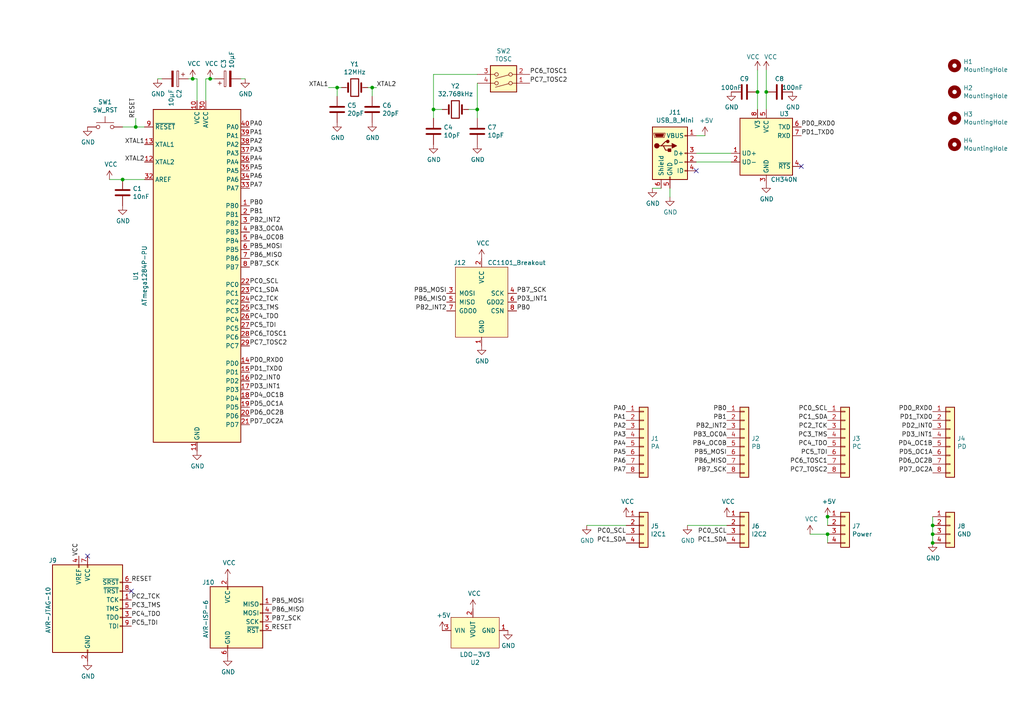
<source format=kicad_sch>
(kicad_sch (version 20230121) (generator eeschema)
  (paper "A4")
  (lib_symbols
    (symbol "Connector:AVR-ISP-6" (pin_names (offset 1.016))
      (property "Reference" "J" (at -6.35 11.43 0))
      (property "Value" "AVR-ISP-6" (at 0 11.43 0))
      (symbol "AVR-ISP-6_0_1"
        (rectangle (start -2.667 -6.858) (end -2.413 -7.62))
        (rectangle (start -2.667 10.16) (end -2.413 9.398))
        (rectangle (start 7.62 -2.413) (end 6.858 -2.667))
        (rectangle (start 7.62 0.127) (end 6.858 -0.127))
        (rectangle (start 7.62 2.667) (end 6.858 2.413))
        (rectangle (start 7.62 5.207) (end 6.858 4.953))
        (rectangle (start 7.62 10.16) (end -7.62 -7.62) (stroke (width 0.254)) (fill (type background)))
      )
      (symbol "AVR-ISP-6_1_1"
        (pin passive line (at 10.16 5.08 180) (length 2.54) (name "MISO") (number "1"))
        (pin passive line (at -2.54 12.7 270) (length 2.54) (name "VCC") (number "2"))
        (pin passive line (at 10.16 0 180) (length 2.54) (name "SCK") (number "3"))
        (pin passive line (at 10.16 2.54 180) (length 2.54) (name "MOSI") (number "4"))
        (pin passive line (at 10.16 -2.54 180) (length 2.54) (name "~{RST}") (number "5"))
        (pin passive line (at -2.54 -10.16 90) (length 2.54) (name "GND") (number "6"))
      )
    )
    (symbol "Connector:AVR-JTAG-10" (pin_names (offset 1.016))
      (property "Reference" "J" (at -8.89 13.97 0))
      (property "Value" "AVR-JTAG-10" (at 1.27 13.97 0))
      (symbol "AVR-JTAG-10_0_1"
        (rectangle (start -2.667 12.7) (end -2.413 11.938))
        (rectangle (start -0.127 -11.938) (end 0.127 -12.7))
        (rectangle (start -0.127 12.7) (end 0.127 11.938))
        (rectangle (start 10.16 -4.953) (end 9.398 -5.207))
        (rectangle (start 10.16 -2.413) (end 9.398 -2.667))
        (rectangle (start 10.16 0.127) (end 9.398 -0.127))
        (rectangle (start 10.16 2.667) (end 9.398 2.413))
        (rectangle (start 10.16 5.207) (end 9.398 4.953))
        (rectangle (start 10.16 7.747) (end 9.398 7.493))
        (rectangle (start 10.16 12.7) (end -10.16 -12.7) (stroke (width 0.254)) (fill (type background)))
      )
      (symbol "AVR-JTAG-10_1_1"
        (pin passive line (at 12.7 2.54 180) (length 2.54) (name "TCK") (number "1"))
        (pin passive line (at 0 -15.24 90) (length 2.54) hide (name "GND") (number "10"))
        (pin passive line (at 0 -15.24 90) (length 2.54) (name "GND") (number "2"))
        (pin passive line (at 12.7 -2.54 180) (length 2.54) (name "TDO") (number "3"))
        (pin passive line (at -2.54 15.24 270) (length 2.54) (name "VREF") (number "4"))
        (pin passive line (at 12.7 0 180) (length 2.54) (name "TMS") (number "5"))
        (pin passive line (at 12.7 7.62 180) (length 2.54) (name "~{SRST}") (number "6"))
        (pin passive line (at 0 15.24 270) (length 2.54) (name "VCC") (number "7"))
        (pin passive line (at 12.7 5.08 180) (length 2.54) (name "~{TRST}") (number "8"))
        (pin passive line (at 12.7 -5.08 180) (length 2.54) (name "TDI") (number "9"))
      )
    )
    (symbol "Connector:USB_B_Mini" (pin_names (offset 1.016))
      (property "Reference" "J" (at -5.08 11.43 0))
      (property "Value" "USB_B_Mini" (at -5.08 8.89 0))
      (symbol "USB_B_Mini_0_1"
        (rectangle (start -5.08 -7.62) (end 5.08 7.62) (stroke (width 0.254)) (fill (type background)))
        (circle (center -3.81 2.159) (radius 0.635) (stroke (width 0.254)) (fill (type outline)))
        (circle (center -0.635 3.429) (radius 0.381) (stroke (width 0.254)) (fill (type outline)))
        (rectangle (start -0.127 -7.62) (end 0.127 -6.858))
        (polyline (pts (xy -1.905 2.159) (xy 0.635 2.159)) (stroke (width 0.254)))
        (polyline (pts (xy -3.175 2.159) (xy -2.54 2.159) (xy -1.27 3.429) (xy -0.635 3.429)) (stroke (width 0.254)))
        (polyline (pts (xy -2.54 2.159) (xy -1.905 2.159) (xy -1.27 0.889) (xy 0 0.889)) (stroke (width 0.254)))
        (polyline (pts (xy 0.635 2.794) (xy 0.635 1.524) (xy 1.905 2.159) (xy 0.635 2.794)) (stroke (width 0.254)) (fill (type outline)))
        (polyline (pts (xy -4.318 5.588) (xy -1.778 5.588) (xy -2.032 4.826) (xy -4.064 4.826) (xy -4.318 5.588)) (fill (type outline)))
        (polyline (pts (xy -4.699 5.842) (xy -4.699 5.588) (xy -4.445 4.826) (xy -4.445 4.572) (xy -1.651 4.572) (xy -1.651 4.826) (xy -1.397 5.588) (xy -1.397 5.842) (xy -4.699 5.842)))
        (rectangle (start 0.254 1.27) (end -0.508 0.508) (stroke (width 0.254)) (fill (type outline)))
        (rectangle (start 5.08 -5.207) (end 4.318 -4.953))
        (rectangle (start 5.08 -2.667) (end 4.318 -2.413))
        (rectangle (start 5.08 -0.127) (end 4.318 0.127))
        (rectangle (start 5.08 4.953) (end 4.318 5.207))
      )
      (symbol "USB_B_Mini_1_1"
        (pin power_out line (at 7.62 5.08 180) (length 2.54) (name "VBUS") (number "1"))
        (pin bidirectional line (at 7.62 -2.54 180) (length 2.54) (name "D-") (number "2"))
        (pin bidirectional line (at 7.62 0 180) (length 2.54) (name "D+") (number "3"))
        (pin passive line (at 7.62 -5.08 180) (length 2.54) (name "ID") (number "4"))
        (pin power_out line (at 0 -10.16 90) (length 2.54) (name "GND") (number "5"))
        (pin passive line (at -2.54 -10.16 90) (length 2.54) (name "Shield") (number "6"))
      )
    )
    (symbol "Connector_Generic:Conn_01x04" (pin_names (offset 1.016) hide)
      (property "Reference" "J" (at 0 5.08 0))
      (property "Value" "Conn_01x04" (at 0 -7.62 0))
      (symbol "Conn_01x04_1_1"
        (rectangle (start -1.27 -4.953) (end 0 -5.207) (stroke (width 0.1524)))
        (rectangle (start -1.27 -2.413) (end 0 -2.667) (stroke (width 0.1524)))
        (rectangle (start -1.27 0.127) (end 0 -0.127) (stroke (width 0.1524)))
        (rectangle (start -1.27 2.667) (end 0 2.413) (stroke (width 0.1524)))
        (rectangle (start -1.27 3.81) (end 1.27 -6.35) (stroke (width 0.254)) (fill (type background)))
        (pin passive line (at -5.08 2.54 0) (length 3.81) (name "Pin_1") (number "1"))
        (pin passive line (at -5.08 0 0) (length 3.81) (name "Pin_2") (number "2"))
        (pin passive line (at -5.08 -2.54 0) (length 3.81) (name "Pin_3") (number "3"))
        (pin passive line (at -5.08 -5.08 0) (length 3.81) (name "Pin_4") (number "4"))
      )
    )
    (symbol "Connector_Generic:Conn_01x08" (pin_names (offset 1.016) hide)
      (property "Reference" "J" (at 0 10.16 0))
      (property "Value" "Conn_01x08" (at 0 -12.7 0))
      (symbol "Conn_01x08_1_1"
        (rectangle (start -1.27 -10.033) (end 0 -10.287) (stroke (width 0.1524)))
        (rectangle (start -1.27 -7.493) (end 0 -7.747) (stroke (width 0.1524)))
        (rectangle (start -1.27 -4.953) (end 0 -5.207) (stroke (width 0.1524)))
        (rectangle (start -1.27 -2.413) (end 0 -2.667) (stroke (width 0.1524)))
        (rectangle (start -1.27 0.127) (end 0 -0.127) (stroke (width 0.1524)))
        (rectangle (start -1.27 2.667) (end 0 2.413) (stroke (width 0.1524)))
        (rectangle (start -1.27 5.207) (end 0 4.953) (stroke (width 0.1524)))
        (rectangle (start -1.27 7.747) (end 0 7.493) (stroke (width 0.1524)))
        (rectangle (start -1.27 8.89) (end 1.27 -11.43) (stroke (width 0.254)) (fill (type background)))
        (pin passive line (at -5.08 7.62 0) (length 3.81) (name "Pin_1") (number "1"))
        (pin passive line (at -5.08 5.08 0) (length 3.81) (name "Pin_2") (number "2"))
        (pin passive line (at -5.08 2.54 0) (length 3.81) (name "Pin_3") (number "3"))
        (pin passive line (at -5.08 0 0) (length 3.81) (name "Pin_4") (number "4"))
        (pin passive line (at -5.08 -2.54 0) (length 3.81) (name "Pin_5") (number "5"))
        (pin passive line (at -5.08 -5.08 0) (length 3.81) (name "Pin_6") (number "6"))
        (pin passive line (at -5.08 -7.62 0) (length 3.81) (name "Pin_7") (number "7"))
        (pin passive line (at -5.08 -10.16 0) (length 3.81) (name "Pin_8") (number "8"))
      )
    )
    (symbol "Device:C" (pin_numbers hide) (pin_names (offset 0.254))
      (property "Reference" "C" (at 0.635 2.54 0))
      (property "Value" "C" (at 0.635 -2.54 0))
      (symbol "C_0_1"
        (polyline (pts (xy -2.032 -0.762) (xy 2.032 -0.762)) (stroke (width 0.508)))
        (polyline (pts (xy -2.032 0.762) (xy 2.032 0.762)) (stroke (width 0.508)))
      )
      (symbol "C_1_1"
        (pin passive line (at 0 3.81 270) (length 2.794) (name "~") (number "1"))
        (pin passive line (at 0 -3.81 90) (length 2.794) (name "~") (number "2"))
      )
    )
    (symbol "Device:C_Polarized" (pin_numbers hide) (pin_names (offset 0.254))
      (property "Reference" "C" (at 0.635 2.54 0))
      (property "Value" "C_Polarized" (at 0.635 -2.54 0))
      (symbol "C_Polarized_0_1"
        (rectangle (start -2.286 0.508) (end 2.286 1.016))
        (polyline (pts (xy -1.778 2.286) (xy -0.762 2.286)))
        (polyline (pts (xy -1.27 2.794) (xy -1.27 1.778)))
        (rectangle (start 2.286 -0.508) (end -2.286 -1.016) (fill (type outline)))
      )
      (symbol "C_Polarized_1_1"
        (pin passive line (at 0 3.81 270) (length 2.794) (name "~") (number "1"))
        (pin passive line (at 0 -3.81 90) (length 2.794) (name "~") (number "2"))
      )
    )
    (symbol "Device:Crystal" (pin_numbers hide) (pin_names (offset 1.016) hide)
      (property "Reference" "Y" (at 0 3.81 0))
      (property "Value" "Crystal" (at 0 -3.81 0))
      (symbol "Crystal_0_1"
        (rectangle (start -1.143 2.54) (end 1.143 -2.54) (stroke (width 0.3048)))
        (polyline (pts (xy -2.54 0) (xy -1.905 0)))
        (polyline (pts (xy -1.905 -1.27) (xy -1.905 1.27)) (stroke (width 0.508)))
        (polyline (pts (xy 1.905 -1.27) (xy 1.905 1.27)) (stroke (width 0.508)))
        (polyline (pts (xy 2.54 0) (xy 1.905 0)))
      )
      (symbol "Crystal_1_1"
        (pin passive line (at -3.81 0 0) (length 1.27) (name "1") (number "1"))
        (pin passive line (at 3.81 0 180) (length 1.27) (name "2") (number "2"))
      )
    )
    (symbol "MCU_Microchip_ATmega:ATmega1284P-P"
      (property "Reference" "U" (at -12.7 49.53 0))
      (property "Value" "ATmega1284P-P" (at 2.54 -49.53 0))
      (symbol "ATmega1284P-P_0_1"
        (rectangle (start -12.7 -48.26) (end 12.7 48.26) (stroke (width 0.254)) (fill (type background)))
      )
      (symbol "ATmega1284P-P_1_1"
        (pin bidirectional line (at 15.24 20.32 180) (length 2.54) (name "PB0") (number "1"))
        (pin power_in line (at 0 50.8 270) (length 2.54) (name "VCC") (number "10"))
        (pin power_in line (at 0 -50.8 90) (length 2.54) (name "GND") (number "11"))
        (pin output line (at -15.24 33.02 0) (length 2.54) (name "XTAL2") (number "12"))
        (pin input line (at -15.24 38.1 0) (length 2.54) (name "XTAL1") (number "13"))
        (pin bidirectional line (at 15.24 -25.4 180) (length 2.54) (name "PD0") (number "14"))
        (pin bidirectional line (at 15.24 -27.94 180) (length 2.54) (name "PD1") (number "15"))
        (pin bidirectional line (at 15.24 -30.48 180) (length 2.54) (name "PD2") (number "16"))
        (pin bidirectional line (at 15.24 -33.02 180) (length 2.54) (name "PD3") (number "17"))
        (pin bidirectional line (at 15.24 -35.56 180) (length 2.54) (name "PD4") (number "18"))
        (pin bidirectional line (at 15.24 -38.1 180) (length 2.54) (name "PD5") (number "19"))
        (pin bidirectional line (at 15.24 17.78 180) (length 2.54) (name "PB1") (number "2"))
        (pin bidirectional line (at 15.24 -40.64 180) (length 2.54) (name "PD6") (number "20"))
        (pin bidirectional line (at 15.24 -43.18 180) (length 2.54) (name "PD7") (number "21"))
        (pin bidirectional line (at 15.24 -2.54 180) (length 2.54) (name "PC0") (number "22"))
        (pin bidirectional line (at 15.24 -5.08 180) (length 2.54) (name "PC1") (number "23"))
        (pin bidirectional line (at 15.24 -7.62 180) (length 2.54) (name "PC2") (number "24"))
        (pin bidirectional line (at 15.24 -10.16 180) (length 2.54) (name "PC3") (number "25"))
        (pin bidirectional line (at 15.24 -12.7 180) (length 2.54) (name "PC4") (number "26"))
        (pin bidirectional line (at 15.24 -15.24 180) (length 2.54) (name "PC5") (number "27"))
        (pin bidirectional line (at 15.24 -17.78 180) (length 2.54) (name "PC6") (number "28"))
        (pin bidirectional line (at 15.24 -20.32 180) (length 2.54) (name "PC7") (number "29"))
        (pin bidirectional line (at 15.24 15.24 180) (length 2.54) (name "PB2") (number "3"))
        (pin power_in line (at 2.54 50.8 270) (length 2.54) (name "AVCC") (number "30"))
        (pin passive line (at 0 -50.8 90) (length 2.54) hide (name "GND") (number "31"))
        (pin passive line (at -15.24 27.94 0) (length 2.54) (name "AREF") (number "32"))
        (pin bidirectional line (at 15.24 25.4 180) (length 2.54) (name "PA7") (number "33"))
        (pin bidirectional line (at 15.24 27.94 180) (length 2.54) (name "PA6") (number "34"))
        (pin bidirectional line (at 15.24 30.48 180) (length 2.54) (name "PA5") (number "35"))
        (pin bidirectional line (at 15.24 33.02 180) (length 2.54) (name "PA4") (number "36"))
        (pin bidirectional line (at 15.24 35.56 180) (length 2.54) (name "PA3") (number "37"))
        (pin bidirectional line (at 15.24 38.1 180) (length 2.54) (name "PA2") (number "38"))
        (pin bidirectional line (at 15.24 40.64 180) (length 2.54) (name "PA1") (number "39"))
        (pin bidirectional line (at 15.24 12.7 180) (length 2.54) (name "PB3") (number "4"))
        (pin bidirectional line (at 15.24 43.18 180) (length 2.54) (name "PA0") (number "40"))
        (pin bidirectional line (at 15.24 10.16 180) (length 2.54) (name "PB4") (number "5"))
        (pin bidirectional line (at 15.24 7.62 180) (length 2.54) (name "PB5") (number "6"))
        (pin bidirectional line (at 15.24 5.08 180) (length 2.54) (name "PB6") (number "7"))
        (pin bidirectional line (at 15.24 2.54 180) (length 2.54) (name "PB7") (number "8"))
        (pin input line (at -15.24 43.18 0) (length 2.54) (name "~{RESET}") (number "9"))
      )
    )
    (symbol "Mechanical:MountingHole" (pin_names (offset 1.016))
      (property "Reference" "H" (at 0 5.08 0))
      (property "Value" "MountingHole" (at 0 3.175 0))
      (symbol "MountingHole_0_1"
        (circle (center 0 0) (radius 1.27) (stroke (width 1.27)))
      )
    )
    (symbol "Switch:SW_DIP_x02" (pin_names (offset 0) hide)
      (property "Reference" "SW" (at 0 6.35 0))
      (property "Value" "SW_DIP_x02" (at 0 -3.81 0))
      (symbol "SW_DIP_x02_0_0"
        (circle (center -2.032 0) (radius 0.508))
        (circle (center -2.032 2.54) (radius 0.508))
        (polyline (pts (xy -1.524 0.127) (xy 2.3622 1.1684)))
        (polyline (pts (xy -1.524 2.667) (xy 2.3622 3.7084)))
        (circle (center 2.032 0) (radius 0.508))
        (circle (center 2.032 2.54) (radius 0.508))
      )
      (symbol "SW_DIP_x02_0_1"
        (rectangle (start -3.81 5.08) (end 3.81 -2.54) (stroke (width 0.254)) (fill (type background)))
      )
      (symbol "SW_DIP_x02_1_1"
        (pin passive line (at -7.62 2.54 0) (length 5.08) (name "~") (number "1"))
        (pin passive line (at -7.62 0 0) (length 5.08) (name "~") (number "2"))
        (pin passive line (at 7.62 0 180) (length 5.08) (name "~") (number "3"))
        (pin passive line (at 7.62 2.54 180) (length 5.08) (name "~") (number "4"))
      )
    )
    (symbol "Switch:SW_Push" (pin_numbers hide) (pin_names (offset 1.016) hide)
      (property "Reference" "SW" (at 1.27 2.54 0))
      (property "Value" "SW_Push" (at 0 -1.524 0))
      (symbol "SW_Push_0_1"
        (circle (center -2.032 0) (radius 0.508))
        (polyline (pts (xy 0 1.27) (xy 0 3.048)))
        (polyline (pts (xy 2.54 1.27) (xy -2.54 1.27)))
        (circle (center 2.032 0) (radius 0.508))
        (pin passive line (at -5.08 0 0) (length 2.54) (name "1") (number "1"))
        (pin passive line (at 5.08 0 180) (length 2.54) (name "2") (number "2"))
      )
    )
    (symbol "boards:CC1101_Breakout" (pin_names (offset 1.016))
      (property "Reference" "J" (at -6.35 10.16 0))
      (property "Value" "CC1101_Breakout" (at 8.89 -12.7 0))
      (symbol "CC1101_Breakout_0_1"
        (rectangle (start -7.62 8.89) (end 7.62 -11.43) (fill (type background)))
      )
      (symbol "CC1101_Breakout_1_1"
        (pin power_in line (at 0 -13.97 90) (length 2.54) (name "GND") (number "1"))
        (pin power_in line (at 0 11.43 270) (length 2.54) (name "VCC") (number "2"))
        (pin input line (at -10.16 1.27 0) (length 2.54) (name "MOSI") (number "3"))
        (pin input line (at 10.16 1.27 180) (length 2.54) (name "SCK") (number "4"))
        (pin output line (at -10.16 -1.27 0) (length 2.54) (name "MISO") (number "5"))
        (pin output line (at 10.16 -1.27 180) (length 2.54) (name "GDO2") (number "6"))
        (pin output line (at -10.16 -3.81 0) (length 2.54) (name "GDO0") (number "7"))
        (pin input line (at 10.16 -3.81 180) (length 2.54) (name "CSN") (number "8"))
      )
    )
    (symbol "boards:CH340N"
      (property "Reference" "U" (at -5.08 13.97 0))
      (property "Value" "CH340N" (at 1.27 13.97 0))
      (symbol "CH340N_0_1"
        (rectangle (start -7.62 12.7) (end 7.62 -3.81) (stroke (width 0.254)) (fill (type background)))
      )
      (symbol "CH340N_1_1"
        (pin bidirectional line (at -10.16 2.54 0) (length 2.54) (name "UD+") (number "1"))
        (pin bidirectional line (at -10.16 0 0) (length 2.54) (name "UD-") (number "2"))
        (pin power_in line (at 0 -6.35 90) (length 2.54) (name "GND") (number "3"))
        (pin output line (at 10.16 -1.27 180) (length 2.54) (name "~{RTS}") (number "4"))
        (pin power_in line (at 0 15.24 270) (length 2.54) (name "VCC") (number "5"))
        (pin output line (at 10.16 10.16 180) (length 2.54) (name "TXD") (number "6"))
        (pin input line (at 10.16 7.62 180) (length 2.54) (name "RXD") (number "7"))
        (pin passive line (at -2.54 15.24 270) (length 2.54) (name "V3") (number "8"))
      )
    )
    (symbol "boards:LDO-3V3" (pin_names (offset 1.016))
      (property "Reference" "U" (at -12.7 3.81 0))
      (property "Value" "LDO-3V3" (at -3.81 3.81 0))
      (symbol "LDO-3V3_0_1"
        (rectangle (start -13.97 2.54) (end 0 -6.35) (fill (type background)))
      )
      (symbol "LDO-3V3_1_1"
        (pin power_in line (at -16.51 -2.54 0) (length 2.54) (name "GND") (number "1"))
        (pin power_out line (at -6.35 -8.89 90) (length 2.54) (name "VOUT") (number "2"))
        (pin power_in line (at 2.54 -2.54 180) (length 2.54) (name "VIN") (number "3"))
      )
    )
    (symbol "power:+5V" (power) (pin_names (offset 0))
      (property "Value" "+5V" (at 0 3.556 0))
      (symbol "+5V_0_1"
        (polyline (pts (xy -0.762 1.27) (xy 0 2.54)))
        (polyline (pts (xy 0 0) (xy 0 2.54)))
        (polyline (pts (xy 0 2.54) (xy 0.762 1.27)))
      )
      (symbol "+5V_1_1"
        (pin power_in line (at 0 0 90) (length 0) hide (name "+5V") (number "1"))
      )
    )
    (symbol "power:GND" (power) (pin_names (offset 0))
      (property "Value" "GND" (at 0 -3.81 0))
      (symbol "GND_0_1"
        (polyline (pts (xy 0 0) (xy 0 -1.27) (xy 1.27 -1.27) (xy 0 -2.54) (xy -1.27 -1.27) (xy 0 -1.27)))
      )
      (symbol "GND_1_1"
        (pin power_in line (at 0 0 270) (length 0) hide (name "GND") (number "1"))
      )
    )
    (symbol "power:VCC" (power) (pin_names (offset 0))
      (property "Value" "VCC" (at 0 3.81 0))
      (symbol "VCC_0_1"
        (polyline (pts (xy -0.762 1.27) (xy 0 2.54)))
        (polyline (pts (xy 0 0) (xy 0 2.54)))
        (polyline (pts (xy 0 2.54) (xy 0.762 1.27)))
      )
      (symbol "VCC_1_1"
        (pin power_in line (at 0 0 90) (length 0) hide (name "VCC") (number "1"))
      )
    )
  )
  (junction (at 35.56 52.07))
  (junction (at 270.51 157.48))
  (junction (at 138.43 31.75))
  (junction (at 107.95 25.4))
  (junction (at 222.25 26.67))
  (junction (at 240.03 154.94))
  (junction (at 240.03 149.86))
  (junction (at 60.96 22.86))
  (junction (at 55.88 22.86))
  (junction (at 39.37 36.83))
  (junction (at 270.51 154.94))
  (junction (at 97.79 25.4))
  (junction (at 125.73 31.75))
  (junction (at 270.51 152.4))
  (junction (at 219.71 26.67))
  (no_connect (at 201.93 49.53))
  (no_connect (at 25.4 161.29))
  (no_connect (at 232.41 48.26))
  (no_connect (at 38.1 171.45))
  (wire (pts (xy 270.51 152.4) (xy 270.51 149.86)))
  (wire (pts (xy 128.27 31.75) (xy 125.73 31.75)))
  (wire (pts (xy 138.43 34.29) (xy 138.43 31.75)))
  (wire (pts (xy 201.93 44.45) (xy 212.09 44.45)))
  (wire (pts (xy 99.06 25.4) (xy 97.79 25.4)))
  (wire (pts (xy 107.95 25.4) (xy 106.68 25.4)))
  (wire (pts (xy 31.75 52.07) (xy 35.56 52.07)))
  (wire (pts (xy 125.73 31.75) (xy 125.73 21.59)))
  (wire (pts (xy 71.12 22.86) (xy 69.85 22.86)))
  (wire (pts (xy 135.89 31.75) (xy 138.43 31.75)))
  (wire (pts (xy 222.25 26.67) (xy 222.25 31.75)))
  (wire (pts (xy 138.43 31.75) (xy 138.43 24.13)))
  (wire (pts (xy 109.22 25.4) (xy 107.95 25.4)))
  (wire (pts (xy 41.91 52.07) (xy 35.56 52.07)))
  (wire (pts (xy 39.37 36.83) (xy 35.56 36.83)))
  (wire (pts (xy 59.69 22.86) (xy 60.96 22.86)))
  (wire (pts (xy 107.95 27.94) (xy 107.95 25.4)))
  (wire (pts (xy 201.93 46.99) (xy 212.09 46.99)))
  (wire (pts (xy 240.03 157.48) (xy 240.03 154.94)))
  (wire (pts (xy 270.51 157.48) (xy 270.51 154.94)))
  (wire (pts (xy 270.51 154.94) (xy 270.51 152.4)))
  (wire (pts (xy 125.73 21.59) (xy 138.43 21.59)))
  (wire (pts (xy 125.73 34.29) (xy 125.73 31.75)))
  (wire (pts (xy 189.23 54.61) (xy 191.77 54.61)))
  (wire (pts (xy 222.25 20.32) (xy 222.25 26.67)))
  (wire (pts (xy 54.61 22.86) (xy 55.88 22.86)))
  (wire (pts (xy 240.03 149.86) (xy 240.03 152.4)))
  (wire (pts (xy 57.15 22.86) (xy 57.15 29.21)))
  (wire (pts (xy 199.39 152.4) (xy 210.82 152.4)))
  (wire (pts (xy 194.31 57.15) (xy 194.31 54.61)))
  (wire (pts (xy 219.71 20.32) (xy 219.71 26.67)))
  (wire (pts (xy 39.37 34.29) (xy 39.37 36.83)))
  (wire (pts (xy 181.61 152.4) (xy 170.18 152.4)))
  (wire (pts (xy 60.96 22.86) (xy 62.23 22.86)))
  (wire (pts (xy 219.71 26.67) (xy 219.71 31.75)))
  (wire (pts (xy 204.47 39.37) (xy 201.93 39.37)))
  (wire (pts (xy 234.95 154.94) (xy 240.03 154.94)))
  (wire (pts (xy 41.91 36.83) (xy 39.37 36.83)))
  (wire (pts (xy 55.88 22.86) (xy 57.15 22.86)))
  (wire (pts (xy 97.79 27.94) (xy 97.79 25.4)))
  (wire (pts (xy 45.72 22.86) (xy 46.99 22.86)))
  (wire (pts (xy 59.69 29.21) (xy 59.69 22.86)))
  (wire (pts (xy 97.79 25.4) (xy 95.25 25.4)))
  (label "PA0" (at 72.39 36.83 0))
  (label "PA5" (at 181.61 132.08 180))
  (label "PA2" (at 72.39 41.91 0))
  (label "PC0_SCL" (at 240.03 119.38 180))
  (label "PD6_OC2B" (at 270.51 134.62 180))
  (label "PB5_MOSI" (at 210.82 132.08 180))
  (label "PC6_TOSC1" (at 153.67 21.59 0))
  (label "PD0_RXD0" (at 232.41 36.83 0))
  (label "PD4_OC1B" (at 72.39 115.57 0))
  (label "XTAL1" (at 95.25 25.4 180))
  (label "PB1" (at 72.39 62.23 0))
  (label "PB0" (at 149.86 90.17 0))
  (label "PD3_INT1" (at 72.39 113.03 0))
  (label "VCC" (at 22.86 161.29 90))
  (label "PC4_TDO" (at 38.1 179.07 0))
  (label "PC5_TDI" (at 38.1 181.61 0))
  (label "PB7_SCK" (at 149.86 85.09 0))
  (label "PC7_TOSC2" (at 240.03 137.16 180))
  (label "PD7_OC2A" (at 72.39 123.19 0))
  (label "PB5_MOSI" (at 72.39 72.39 0))
  (label "PA6" (at 72.39 52.07 0))
  (label "PC1_SDA" (at 181.61 157.48 180))
  (label "PD0_RXD0" (at 270.51 119.38 180))
  (label "PD3_INT1" (at 270.51 127 180))
  (label "PB7_SCK" (at 72.39 77.47 0))
  (label "PD7_OC2A" (at 270.51 137.16 180))
  (label "PD3_INT1" (at 149.86 87.63 0))
  (label "PC0_SCL" (at 181.61 154.94 180))
  (label "PC6_TOSC1" (at 72.39 97.79 0))
  (label "PC2_TCK" (at 240.03 124.46 180))
  (label "PB3_OC0A" (at 210.82 127 180))
  (label "PB6_MISO" (at 129.54 87.63 180))
  (label "PB7_SCK" (at 210.82 137.16 180))
  (label "PC2_TCK" (at 72.39 87.63 0))
  (label "PD1_TXD0" (at 232.41 39.37 0))
  (label "XTAL2" (at 109.22 25.4 0))
  (label "PB4_OC0B" (at 210.82 129.54 180))
  (label "RESET" (at 39.37 34.29 90))
  (label "PA7" (at 72.39 54.61 0))
  (label "PD2_INT0" (at 72.39 110.49 0))
  (label "PD6_OC2B" (at 72.39 120.65 0))
  (label "PA7" (at 181.61 137.16 180))
  (label "PA5" (at 72.39 49.53 0))
  (label "PC7_TOSC2" (at 72.39 100.33 0))
  (label "XTAL1" (at 41.91 41.91 180))
  (label "PD5_OC1A" (at 72.39 118.11 0))
  (label "PD1_TXD0" (at 72.39 107.95 0))
  (label "PB7_SCK" (at 78.74 180.34 0))
  (label "PC0_SCL" (at 210.82 154.94 180))
  (label "PA2" (at 181.61 124.46 180))
  (label "PB4_OC0B" (at 72.39 69.85 0))
  (label "PC1_SDA" (at 72.39 85.09 0))
  (label "PC6_TOSC1" (at 240.03 134.62 180))
  (label "PB0" (at 72.39 59.69 0))
  (label "PB1" (at 210.82 121.92 180))
  (label "PB6_MISO" (at 72.39 74.93 0))
  (label "PC5_TDI" (at 72.39 95.25 0))
  (label "PB5_MOSI" (at 129.54 85.09 180))
  (label "PC4_TDO" (at 72.39 92.71 0))
  (label "PB6_MISO" (at 78.74 177.8 0))
  (label "PC1_SDA" (at 240.03 121.92 180))
  (label "PD5_OC1A" (at 270.51 132.08 180))
  (label "PC1_SDA" (at 210.82 157.48 180))
  (label "PC5_TDI" (at 240.03 132.08 180))
  (label "PB2_INT2" (at 129.54 90.17 180))
  (label "PA6" (at 181.61 134.62 180))
  (label "PA1" (at 181.61 121.92 180))
  (label "PD2_INT0" (at 270.51 124.46 180))
  (label "RESET" (at 38.1 168.91 0))
  (label "PC3_TMS" (at 72.39 90.17 0))
  (label "PD1_TXD0" (at 270.51 121.92 180))
  (label "PB2_INT2" (at 210.82 124.46 180))
  (label "PC2_TCK" (at 38.1 173.99 0))
  (label "PC3_TMS" (at 38.1 176.53 0))
  (label "PB3_OC0A" (at 72.39 67.31 0))
  (label "PB6_MISO" (at 210.82 134.62 180))
  (label "RESET" (at 78.74 182.88 0))
  (label "PA3" (at 72.39 44.45 0))
  (label "PD0_RXD0" (at 72.39 105.41 0))
  (label "PA0" (at 181.61 119.38 180))
  (label "PC0_SCL" (at 72.39 82.55 0))
  (label "PA4" (at 72.39 46.99 0))
  (label "PC7_TOSC2" (at 153.67 24.13 0))
  (label "PB2_INT2" (at 72.39 64.77 0))
  (label "PA4" (at 181.61 129.54 180))
  (label "PC4_TDO" (at 240.03 129.54 180))
  (label "PD4_OC1B" (at 270.51 129.54 180))
  (label "PB5_MOSI" (at 78.74 175.26 0))
  (label "XTAL2" (at 41.91 46.99 180))
  (label "PA3" (at 181.61 127 180))
  (label "PA1" (at 72.39 39.37 0))
  (label "PB0" (at 210.82 119.38 180))
  (label "PC3_TMS" (at 240.03 127 180))
  (symbol (lib_id "MCU_Microchip_ATmega:ATmega1284P-P") (at 57.15 80.01 0) (unit 1)
    (property "Reference" "U1" (at 39.37 80.01 90))
    (property "Value" "ATmega1284P-PU" (at 41.91 80.01 90))
    (property "Footprint" "Package_DIP:DIP-40_W15.24mm" (effects hide))
    (property "Datasheet" "http://ww1.microchip.com/downloads/en/DeviceDoc/Atmel-8272-8-bit-AVR-microcontroller-ATmega164A_PA-324A_PA-644A_PA-1284_P_datasheet.pdf" (effects hide))
  )
  (symbol (lib_id "boards:LDO-3V3") (at 130.81 185.42 180) (unit 1)
    (property "Reference" "U2" (at 137.795 192.151 0))
    (property "Value" "LDO-3V3" (at 137.795 189.8396 0))
    (property "Footprint" "boards:LDO-3V3" (effects hide))
  )
  (symbol (lib_id "Connector_Generic:Conn_01x08") (at 186.69 127 0) (unit 1)
    (property "Reference" "J1" (at 188.722 127.2032 0) (effects (justify left)))
    (property "Value" "PA" (at 188.722 129.5146 0) (effects (justify left)))
    (property "Footprint" "Connector_PinHeader_2.54mm:PinHeader_1x08_P2.54mm_Vertical" (effects hide))
  )
  (symbol (lib_id "Connector:AVR-JTAG-10") (at 25.4 176.53 0) (unit 1)
    (property "Reference" "J9" (at 16.51 162.56 0) (effects (justify right)))
    (property "Value" "AVR-JTAG-10" (at 13.97 170.18 90) (effects (justify right)))
    (property "Footprint" "Connector_PinHeader_2.54mm:PinHeader_2x05_P2.54mm_Vertical" (effects hide))
    (property "Datasheet" " ~" (effects hide))
  )
  (symbol (lib_id "Device:C_Polarized") (at 66.04 22.86 90) (unit 1)
    (property "Reference" "C3" (at 64.8716 19.8628 0) (effects (justify left)))
    (property "Value" "10µF" (at 67.183 19.8628 0) (effects (justify left)))
    (property "Footprint" "boards:electrolytic_capacitor_10uf" (effects hide))
  )
  (symbol (lib_id "Connector_Generic:Conn_01x08") (at 215.9 127 0) (unit 1)
    (property "Reference" "J2" (at 217.932 127.2032 0) (effects (justify left)))
    (property "Value" "PB" (at 217.932 129.5146 0) (effects (justify left)))
    (property "Footprint" "Connector_PinHeader_2.54mm:PinHeader_1x08_P2.54mm_Vertical" (effects hide))
  )
  (symbol (lib_id "Device:Crystal") (at 132.08 31.75 0) (unit 1)
    (property "Reference" "Y2" (at 132.08 24.9428 0))
    (property "Value" "32.768kHz" (at 132.08 27.2542 0))
    (property "Footprint" "Crystal:Crystal_DS10_D1.0mm_L4.3mm_Horizontal" (effects hide))
  )
  (symbol (lib_id "Connector_Generic:Conn_01x08") (at 245.11 127 0) (unit 1)
    (property "Reference" "J3" (at 247.142 127.2032 0) (effects (justify left)))
    (property "Value" "PC" (at 247.142 129.5146 0) (effects (justify left)))
    (property "Footprint" "Connector_PinHeader_2.54mm:PinHeader_1x08_P2.54mm_Vertical" (effects hide))
  )
  (symbol (lib_id "Connector_Generic:Conn_01x08") (at 275.59 127 0) (unit 1)
    (property "Reference" "J4" (at 277.622 127.2032 0) (effects (justify left)))
    (property "Value" "PD" (at 277.622 129.5146 0) (effects (justify left)))
    (property "Footprint" "Connector_PinHeader_2.54mm:PinHeader_1x08_P2.54mm_Vertical" (effects hide))
  )
  (symbol (lib_id "Connector_Generic:Conn_01x04") (at 186.69 152.4 0) (unit 1)
    (property "Reference" "J5" (at 188.722 152.6032 0) (effects (justify left)))
    (property "Value" "I2C1" (at 188.722 154.9146 0) (effects (justify left)))
    (property "Footprint" "Connector_PinHeader_2.54mm:PinHeader_1x04_P2.54mm_Vertical" (effects hide))
  )
  (symbol (lib_id "Device:Crystal") (at 102.87 25.4 0) (unit 1)
    (property "Reference" "Y1" (at 102.87 18.5928 0))
    (property "Value" "12MHz" (at 102.87 20.9042 0))
    (property "Footprint" "Crystal:Crystal_HC49-4H_Vertical" (effects hide))
  )
  (symbol (lib_id "Connector_Generic:Conn_01x04") (at 215.9 152.4 0) (unit 1)
    (property "Reference" "J6" (at 217.932 152.6032 0) (effects (justify left)))
    (property "Value" "I2C2" (at 217.932 154.9146 0) (effects (justify left)))
    (property "Footprint" "Connector_PinHeader_2.54mm:PinHeader_1x04_P2.54mm_Vertical" (effects hide))
  )
  (symbol (lib_id "Connector_Generic:Conn_01x04") (at 245.11 152.4 0) (unit 1)
    (property "Reference" "J7" (at 247.142 152.6032 0) (effects (justify left)))
    (property "Value" "Power" (at 247.142 154.9146 0) (effects (justify left)))
    (property "Footprint" "Connector_PinHeader_2.54mm:PinHeader_1x04_P2.54mm_Vertical" (effects hide))
  )
  (symbol (lib_id "Connector_Generic:Conn_01x04") (at 275.59 152.4 0) (unit 1)
    (property "Reference" "J8" (at 277.622 152.6032 0) (effects (justify left)))
    (property "Value" "GND" (at 277.622 154.9146 0) (effects (justify left)))
    (property "Footprint" "Connector_PinHeader_2.54mm:PinHeader_1x04_P2.54mm_Vertical" (effects hide))
  )
  (symbol (lib_id "Connector:AVR-ISP-6") (at 68.58 180.34 0) (unit 1)
    (property "Reference" "J10" (at 62.23 168.91 0) (effects (justify right)))
    (property "Value" "AVR-ISP-6" (at 59.69 173.99 90) (effects (justify right)))
    (property "Footprint" "Connector_PinHeader_2.54mm:PinHeader_2x03_P2.54mm_Vertical" (effects hide))
    (property "Datasheet" " ~" (effects hide))
  )
  (symbol (lib_id "power:VCC") (at 66.04 167.64 0) (unit 1)
    (property "Reference" "#PWR09" (effects hide))
    (property "Value" "VCC" (at 66.4718 163.2458 0))
  )
  (symbol (lib_id "power:GND") (at 66.04 190.5 0) (unit 1)
    (property "Reference" "#PWR010" (effects hide))
    (property "Value" "GND" (at 66.167 194.8942 0))
  )
  (symbol (lib_id "Switch:SW_DIP_x02") (at 146.05 21.59 180) (unit 1)
    (property "Reference" "SW2" (at 146.05 14.8082 0))
    (property "Value" "TOSC" (at 146.05 17.1196 0))
    (property "Footprint" "Button_Switch_THT:SW_DIP_SPSTx02_Slide_9.78x7.26mm_W7.62mm_P2.54mm" (effects hide))
  )
  (symbol (lib_id "power:GND") (at 25.4 191.77 0) (unit 1)
    (property "Reference" "#PWR02" (effects hide))
    (property "Value" "GND" (at 25.527 196.1642 0))
  )
  (symbol (lib_id "Connector:USB_B_Mini") (at 194.31 44.45 0) (unit 1)
    (property "Reference" "J11" (at 195.7578 32.5882 0))
    (property "Value" "USB_B_Mini" (at 195.7578 34.8996 0))
    (property "Footprint" "boards:USB_Mini-B-Through-Hole" (effects hide))
  )
  (symbol (lib_id "power:+5V") (at 204.47 39.37 0) (unit 1)
    (property "Reference" "#PWR027" (effects hide))
    (property "Value" "+5V" (at 204.851 34.9758 0))
  )
  (symbol (lib_id "power:GND") (at 194.31 57.15 0) (unit 1)
    (property "Reference" "#PWR025" (effects hide))
    (property "Value" "GND" (at 194.437 61.5442 0))
  )
  (symbol (lib_id "power:GND") (at 189.23 54.61 0) (unit 1)
    (property "Reference" "#PWR024" (effects hide))
    (property "Value" "GND" (at 189.357 59.0042 0))
  )
  (symbol (lib_id "power:GND") (at 57.15 130.81 0) (unit 1)
    (property "Reference" "#PWR07" (effects hide))
    (property "Value" "GND" (at 57.277 135.2042 0))
  )
  (symbol (lib_id "Switch:SW_Push") (at 30.48 36.83 0) (unit 1)
    (property "Reference" "SW1" (at 30.48 29.591 0))
    (property "Value" "SW_RST" (at 30.48 31.9024 0))
    (property "Footprint" "Button_Switch_THT:SW_PUSH_6mm" (effects hide))
  )
  (symbol (lib_id "power:GND") (at 25.4 36.83 0) (unit 1)
    (property "Reference" "#PWR01" (effects hide))
    (property "Value" "GND" (at 25.527 41.2242 0))
  )
  (symbol (lib_id "Device:C_Polarized") (at 50.8 22.86 270) (unit 1)
    (property "Reference" "C2" (at 51.9684 25.8572 0) (effects (justify left)))
    (property "Value" "10µF" (at 49.657 25.8572 0) (effects (justify left)))
    (property "Footprint" "boards:electrolytic_capacitor_10uf" (effects hide))
  )
  (symbol (lib_id "power:VCC") (at 55.88 22.86 0) (unit 1)
    (property "Reference" "#PWR06" (effects hide))
    (property "Value" "VCC" (at 56.3118 18.4658 0))
  )
  (symbol (lib_id "power:VCC") (at 60.96 22.86 0) (unit 1)
    (property "Reference" "#PWR08" (effects hide))
    (property "Value" "VCC" (at 61.3918 18.4658 0))
  )
  (symbol (lib_id "power:GND") (at 45.72 22.86 0) (unit 1)
    (property "Reference" "#PWR05" (effects hide))
    (property "Value" "GND" (at 45.847 27.2542 0))
  )
  (symbol (lib_id "power:GND") (at 71.12 22.86 0) (unit 1)
    (property "Reference" "#PWR011" (effects hide))
    (property "Value" "GND" (at 71.247 27.2542 0))
  )
  (symbol (lib_id "power:VCC") (at 31.75 52.07 0) (unit 1)
    (property "Reference" "#PWR03" (effects hide))
    (property "Value" "VCC" (at 32.1818 47.6758 0))
  )
  (symbol (lib_id "Device:C") (at 35.56 55.88 0) (unit 1)
    (property "Reference" "C1" (at 38.481 54.7116 0) (effects (justify left)))
    (property "Value" "10nF" (at 38.481 57.023 0) (effects (justify left)))
    (property "Footprint" "Capacitor_THT:C_Disc_D4.3mm_W1.9mm_P5.00mm" (effects hide))
  )
  (symbol (lib_id "power:GND") (at 35.56 59.69 0) (unit 1)
    (property "Reference" "#PWR04" (effects hide))
    (property "Value" "GND" (at 35.687 64.0842 0))
  )
  (symbol (lib_id "power:GND") (at 270.51 157.48 0) (unit 1)
    (property "Reference" "#PWR034" (effects hide))
    (property "Value" "GND" (at 270.637 161.8742 0))
  )
  (symbol (lib_id "power:+5V") (at 240.03 149.86 0) (unit 1)
    (property "Reference" "#PWR033" (effects hide))
    (property "Value" "+5V" (at 240.411 145.4658 0))
  )
  (symbol (lib_id "power:VCC") (at 181.61 149.86 0) (unit 1)
    (property "Reference" "#PWR023" (effects hide))
    (property "Value" "VCC" (at 182.0418 145.4658 0))
  )
  (symbol (lib_id "power:VCC") (at 210.82 149.86 0) (unit 1)
    (property "Reference" "#PWR028" (effects hide))
    (property "Value" "VCC" (at 211.2518 145.4658 0))
  )
  (symbol (lib_id "power:GND") (at 170.18 152.4 0) (unit 1)
    (property "Reference" "#PWR022" (effects hide))
    (property "Value" "GND" (at 170.307 156.7942 0))
  )
  (symbol (lib_id "power:GND") (at 199.39 152.4 0) (unit 1)
    (property "Reference" "#PWR026" (effects hide))
    (property "Value" "GND" (at 199.517 156.7942 0))
  )
  (symbol (lib_id "power:GND") (at 222.25 53.34 0) (unit 1)
    (property "Reference" "#PWR031" (effects hide))
    (property "Value" "GND" (at 222.377 57.7342 0))
  )
  (symbol (lib_id "power:VCC") (at 219.71 20.32 0) (unit 1)
    (property "Reference" "#PWR030" (effects hide))
    (property "Value" "VCC" (at 218.44 16.51 0))
  )
  (symbol (lib_id "Device:C") (at 97.79 31.75 180) (unit 1)
    (property "Reference" "C5" (at 100.711 30.5816 0) (effects (justify right)))
    (property "Value" "20pF" (at 100.711 32.893 0) (effects (justify right)))
    (property "Footprint" "Capacitor_THT:C_Disc_D4.3mm_W1.9mm_P5.00mm" (effects hide))
  )
  (symbol (lib_id "Device:C") (at 107.95 31.75 0) (unit 1)
    (property "Reference" "C6" (at 110.871 30.5816 0) (effects (justify left)))
    (property "Value" "20pF" (at 110.871 32.893 0) (effects (justify left)))
    (property "Footprint" "Capacitor_THT:C_Disc_D4.3mm_W1.9mm_P5.00mm" (effects hide))
  )
  (symbol (lib_id "power:GND") (at 97.79 35.56 0) (unit 1)
    (property "Reference" "#PWR013" (effects hide))
    (property "Value" "GND" (at 97.917 39.9542 0))
  )
  (symbol (lib_id "power:GND") (at 107.95 35.56 0) (unit 1)
    (property "Reference" "#PWR014" (effects hide))
    (property "Value" "GND" (at 108.077 39.9542 0))
  )
  (symbol (lib_id "Device:C") (at 125.73 38.1 0) (unit 1)
    (property "Reference" "C4" (at 128.651 36.9316 0) (effects (justify left)))
    (property "Value" "10pF" (at 128.651 39.243 0) (effects (justify left)))
    (property "Footprint" "Capacitor_THT:C_Disc_D4.3mm_W1.9mm_P5.00mm" (effects hide))
  )
  (symbol (lib_id "Device:C") (at 138.43 38.1 0) (unit 1)
    (property "Reference" "C7" (at 141.351 36.9316 0) (effects (justify left)))
    (property "Value" "10pF" (at 141.351 39.243 0) (effects (justify left)))
    (property "Footprint" "Capacitor_THT:C_Disc_D4.3mm_W1.9mm_P5.00mm" (effects hide))
  )
  (symbol (lib_id "Mechanical:MountingHole") (at 276.86 19.05 0) (unit 1)
    (property "Reference" "H1" (at 279.4 17.8816 0) (effects (justify left)))
    (property "Value" "MountingHole" (at 279.4 20.193 0) (effects (justify left)))
    (property "Footprint" "MountingHole:MountingHole_2.2mm_M2_DIN965" (effects hide))
  )
  (symbol (lib_id "Mechanical:MountingHole") (at 276.86 26.67 0) (unit 1)
    (property "Reference" "H2" (at 279.4 25.5016 0) (effects (justify left)))
    (property "Value" "MountingHole" (at 279.4 27.813 0) (effects (justify left)))
    (property "Footprint" "MountingHole:MountingHole_2.2mm_M2_DIN965" (effects hide))
  )
  (symbol (lib_id "Mechanical:MountingHole") (at 276.86 34.29 0) (unit 1)
    (property "Reference" "H3" (at 279.4 33.1216 0) (effects (justify left)))
    (property "Value" "MountingHole" (at 279.4 35.433 0) (effects (justify left)))
    (property "Footprint" "MountingHole:MountingHole_2.2mm_M2_DIN965" (effects hide))
  )
  (symbol (lib_id "Mechanical:MountingHole") (at 276.86 41.91 0) (unit 1)
    (property "Reference" "H4" (at 279.4 40.7416 0) (effects (justify left)))
    (property "Value" "MountingHole" (at 279.4 43.053 0) (effects (justify left)))
    (property "Footprint" "MountingHole:MountingHole_2.2mm_M2_DIN965" (effects hide))
  )
  (symbol (lib_id "power:GND") (at 138.43 41.91 0) (unit 1)
    (property "Reference" "#PWR016" (effects hide))
    (property "Value" "GND" (at 138.557 46.3042 0))
  )
  (symbol (lib_id "power:GND") (at 125.73 41.91 0) (unit 1)
    (property "Reference" "#PWR012" (effects hide))
    (property "Value" "GND" (at 125.857 46.3042 0))
  )
  (symbol (lib_id "power:+5V") (at 128.27 182.88 0) (unit 1)
    (property "Reference" "#PWR015" (effects hide))
    (property "Value" "+5V" (at 128.651 178.4858 0))
  )
  (symbol (lib_id "power:GND") (at 147.32 182.88 0) (unit 1)
    (property "Reference" "#PWR021" (effects hide))
    (property "Value" "GND" (at 147.447 187.2742 0))
  )
  (symbol (lib_id "boards:CC1101_Breakout") (at 139.7 86.36 0) (unit 1)
    (property "Reference" "J12" (at 133.35 76.2 0))
    (property "Value" "CC1101_Breakout" (at 149.86 76.2 0))
    (property "Footprint" "boards:CC1101_Breakout" (effects hide))
  )
  (symbol (lib_id "power:GND") (at 139.7 100.33 0) (unit 1)
    (property "Reference" "#PWR040" (effects hide))
    (property "Value" "GND" (at 139.827 104.7242 0))
  )
  (symbol (lib_id "power:VCC") (at 139.7 74.93 0) (unit 1)
    (property "Reference" "#PWR0101" (effects hide))
    (property "Value" "VCC" (at 140.1318 70.5358 0))
  )
  (symbol (lib_id "power:GND") (at 212.09 26.67 0) (unit 1)
    (property "Reference" "#PWR039" (effects hide))
    (property "Value" "GND" (at 212.217 31.0642 0))
  )
  (symbol (lib_id "power:VCC") (at 137.16 176.53 0) (unit 1)
    (property "Reference" "#PWR0102" (effects hide))
    (property "Value" "VCC" (at 137.5918 172.1358 0))
  )
  (symbol (lib_id "power:VCC") (at 222.25 20.32 0) (unit 1)
    (property "Reference" "#PWR0103" (effects hide))
    (property "Value" "VCC" (at 223.52 16.51 0))
  )
  (symbol (lib_id "power:VCC") (at 234.95 154.94 0) (unit 1)
    (property "Reference" "#PWR?" (effects hide))
    (property "Value" "VCC" (at 235.3818 150.5458 0))
  )
  (symbol (lib_id "boards:CH340N") (at 222.25 46.99 0) (unit 1)
    (property "Reference" "U3" (at 226.06 33.02 0) (effects (justify left)))
    (property "Value" "CH340N" (at 223.52 52.07 0) (effects (justify left)))
    (property "Footprint" "Package_SO:SOP-8_3.9x4.9mm_P1.27mm" (effects hide))
    (property "Datasheet" "https://cdn.sparkfun.com/assets/5/0/a/8/5/CH340DS1.PDF" (effects hide))
  )
  (symbol (lib_id "power:GND") (at 229.87 26.67 0) (unit 1)
    (property "Reference" "#PWR017" (effects hide))
    (property "Value" "GND" (at 229.997 31.0642 0))
  )
  (symbol (lib_id "Device:C") (at 226.06 26.67 270) (unit 1)
    (property "Reference" "C8" (at 226.06 22.86 90))
    (property "Value" "100nF" (at 229.87 25.4 90))
    (property "Footprint" "Capacitor_THT:C_Disc_D4.3mm_W1.9mm_P5.00mm" (effects hide))
  )
  (symbol (lib_id "Device:C") (at 215.9 26.67 270) (unit 1)
    (property "Reference" "C9" (at 215.9 22.86 90))
    (property "Value" "100nF" (at 212.09 25.4 90))
    (property "Footprint" "Capacitor_THT:C_Disc_D4.3mm_W1.9mm_P5.00mm" (effects hide))
  )
)
</source>
